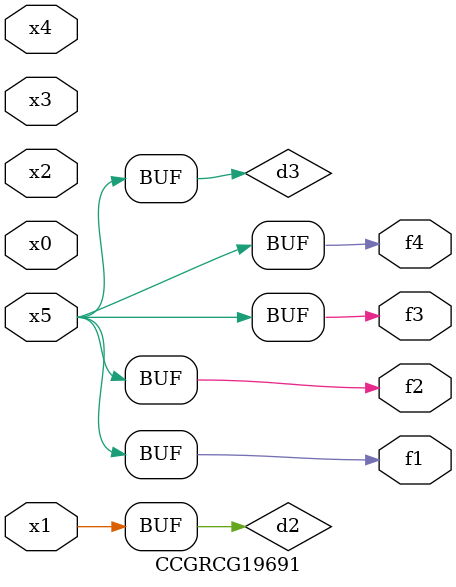
<source format=v>
module CCGRCG19691(
	input x0, x1, x2, x3, x4, x5,
	output f1, f2, f3, f4
);

	wire d1, d2, d3;

	not (d1, x5);
	or (d2, x1);
	xnor (d3, d1);
	assign f1 = d3;
	assign f2 = d3;
	assign f3 = d3;
	assign f4 = d3;
endmodule

</source>
